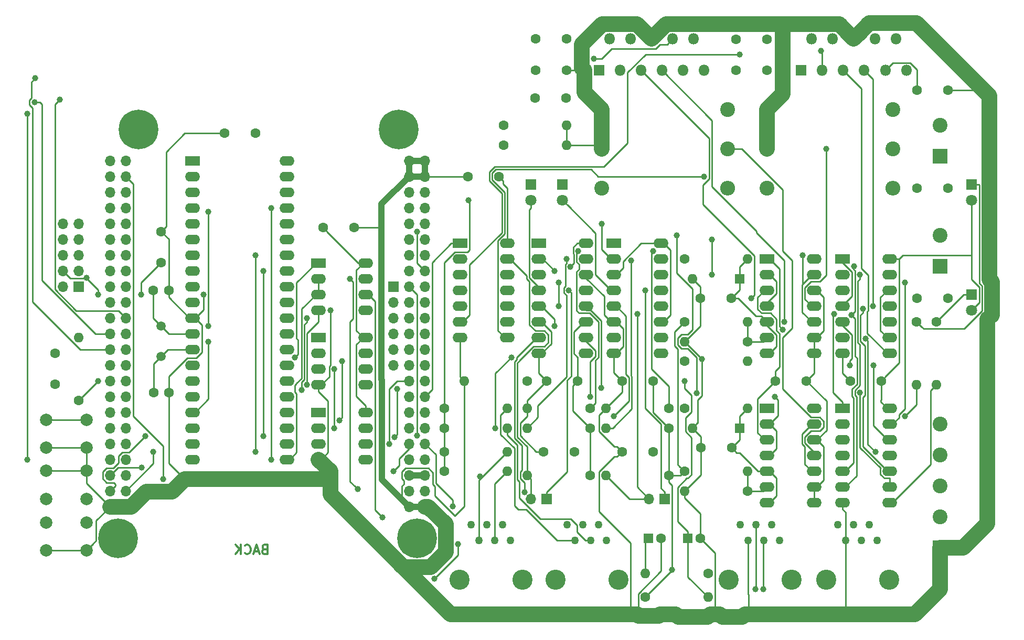
<source format=gbl>
G04 #@! TF.FileFunction,Copper,L2,Bot,Signal*
%FSLAX46Y46*%
G04 Gerber Fmt 4.6, Leading zero omitted, Abs format (unit mm)*
G04 Created by KiCad (PCBNEW 4.0.7) date 10/02/17 10:04:21*
%MOMM*%
%LPD*%
G01*
G04 APERTURE LIST*
%ADD10C,0.100000*%
%ADD11C,0.300000*%
%ADD12C,1.600000*%
%ADD13R,1.700000X1.700000*%
%ADD14O,1.700000X1.700000*%
%ADD15R,2.400000X1.600000*%
%ADD16O,2.400000X1.600000*%
%ADD17R,1.600000X1.600000*%
%ADD18O,1.600000X1.600000*%
%ADD19R,1.800000X1.800000*%
%ADD20O,1.800000X1.800000*%
%ADD21R,2.400000X2.400000*%
%ADD22C,2.400000*%
%ADD23C,1.260000*%
%ADD24C,3.250000*%
%ADD25O,2.400000X2.400000*%
%ADD26C,2.000000*%
%ADD27C,1.500000*%
%ADD28C,6.400000*%
%ADD29C,1.800000*%
%ADD30C,1.000000*%
%ADD31C,0.250000*%
%ADD32C,1.000000*%
%ADD33C,2.500000*%
G04 APERTURE END LIST*
D10*
D11*
X106810714Y-133242857D02*
X106596428Y-133314286D01*
X106525000Y-133385714D01*
X106453571Y-133528571D01*
X106453571Y-133742857D01*
X106525000Y-133885714D01*
X106596428Y-133957143D01*
X106739286Y-134028571D01*
X107310714Y-134028571D01*
X107310714Y-132528571D01*
X106810714Y-132528571D01*
X106667857Y-132600000D01*
X106596428Y-132671429D01*
X106525000Y-132814286D01*
X106525000Y-132957143D01*
X106596428Y-133100000D01*
X106667857Y-133171429D01*
X106810714Y-133242857D01*
X107310714Y-133242857D01*
X105882143Y-133600000D02*
X105167857Y-133600000D01*
X106025000Y-134028571D02*
X105525000Y-132528571D01*
X105025000Y-134028571D01*
X103667857Y-133885714D02*
X103739286Y-133957143D01*
X103953572Y-134028571D01*
X104096429Y-134028571D01*
X104310714Y-133957143D01*
X104453572Y-133814286D01*
X104525000Y-133671429D01*
X104596429Y-133385714D01*
X104596429Y-133171429D01*
X104525000Y-132885714D01*
X104453572Y-132742857D01*
X104310714Y-132600000D01*
X104096429Y-132528571D01*
X103953572Y-132528571D01*
X103739286Y-132600000D01*
X103667857Y-132671429D01*
X103025000Y-134028571D02*
X103025000Y-132528571D01*
X102167857Y-134028571D02*
X102810714Y-133171429D01*
X102167857Y-132528571D02*
X103025000Y-133385714D01*
D12*
X105410000Y-66040000D03*
X100410000Y-66040000D03*
D13*
X171450000Y-125095000D03*
D14*
X168910000Y-125095000D03*
D15*
X187960000Y-110490000D03*
D16*
X195580000Y-125730000D03*
X187960000Y-113030000D03*
X195580000Y-123190000D03*
X187960000Y-115570000D03*
X195580000Y-120650000D03*
X187960000Y-118110000D03*
X195580000Y-118110000D03*
X187960000Y-120650000D03*
X195580000Y-115570000D03*
X187960000Y-123190000D03*
X195580000Y-113030000D03*
X187960000Y-125730000D03*
X195580000Y-110490000D03*
D12*
X206375000Y-106045000D03*
X201375000Y-106045000D03*
X169545000Y-117475000D03*
X164545000Y-117475000D03*
D17*
X175165000Y-131445000D03*
D12*
X177165000Y-131445000D03*
X182165000Y-92710000D03*
X177165000Y-92710000D03*
X212170000Y-59055000D03*
X217170000Y-59055000D03*
X187960000Y-50880000D03*
X182960000Y-50880000D03*
X187960000Y-55880000D03*
X182960000Y-55880000D03*
X189310000Y-106045000D03*
X194310000Y-106045000D03*
X169545000Y-106045000D03*
X164545000Y-106045000D03*
X212170000Y-74930000D03*
X217170000Y-74930000D03*
X144700000Y-73025000D03*
X139700000Y-73025000D03*
X156845000Y-117475000D03*
X151845000Y-117475000D03*
X182245000Y-116840000D03*
X177245000Y-116840000D03*
X150575000Y-55880000D03*
X155575000Y-55880000D03*
X157400000Y-106045000D03*
X152400000Y-106045000D03*
X150575000Y-50800000D03*
X155575000Y-50800000D03*
X155495000Y-60325000D03*
X150495000Y-60325000D03*
X90170000Y-86915000D03*
X90170000Y-81915000D03*
X217170000Y-92710000D03*
X212170000Y-92710000D03*
X116285000Y-81280000D03*
X121285000Y-81280000D03*
X88940000Y-107950000D03*
X91440000Y-107950000D03*
X91400000Y-91440000D03*
X88900000Y-91440000D03*
X73025000Y-106600000D03*
X73025000Y-101600000D03*
D17*
X183515000Y-89535000D03*
D18*
X175895000Y-89535000D03*
D17*
X183515000Y-113665000D03*
D18*
X175895000Y-113665000D03*
D19*
X193430000Y-55880000D03*
D20*
X195130000Y-50800000D03*
X196830000Y-55880000D03*
X198530000Y-50800000D03*
X200230000Y-55880000D03*
X201930000Y-50800000D03*
X203630000Y-55880000D03*
X205330000Y-50800000D03*
X207030000Y-55880000D03*
X208730000Y-50800000D03*
X210430000Y-55880000D03*
D19*
X160800000Y-55880000D03*
D20*
X162500000Y-50800000D03*
X164200000Y-55880000D03*
X165900000Y-50800000D03*
X167600000Y-55880000D03*
X169300000Y-50800000D03*
X171000000Y-55880000D03*
X172700000Y-50800000D03*
X174400000Y-55880000D03*
X176100000Y-50800000D03*
X177800000Y-55880000D03*
D15*
X115570000Y-99060000D03*
D16*
X123190000Y-106680000D03*
X115570000Y-101600000D03*
X123190000Y-104140000D03*
X115570000Y-104140000D03*
X123190000Y-101600000D03*
X115570000Y-106680000D03*
X123190000Y-99060000D03*
D15*
X115570000Y-111125000D03*
D16*
X123190000Y-118745000D03*
X115570000Y-113665000D03*
X123190000Y-116205000D03*
X115570000Y-116205000D03*
X123190000Y-113665000D03*
X115570000Y-118745000D03*
X123190000Y-111125000D03*
D13*
X127635000Y-90805000D03*
D14*
X127635000Y-93345000D03*
X127635000Y-95885000D03*
X127635000Y-98425000D03*
X127635000Y-100965000D03*
X127635000Y-103505000D03*
D21*
X215900000Y-133016000D03*
D22*
X215900000Y-128016000D03*
X215900000Y-123016000D03*
X215900000Y-118016000D03*
X215900000Y-113016000D03*
D21*
X215900000Y-69770000D03*
D22*
X215900000Y-64770000D03*
D21*
X215900000Y-87550000D03*
D22*
X215900000Y-82550000D03*
D23*
X199386000Y-129286000D03*
X200656000Y-131826000D03*
X201926000Y-129286000D03*
X203196000Y-131826000D03*
X204466000Y-129286000D03*
X205736000Y-131826000D03*
D24*
X207641000Y-138176000D03*
X197481000Y-138176000D03*
D23*
X183642000Y-129286000D03*
X184912000Y-131826000D03*
X186182000Y-129286000D03*
X187452000Y-131826000D03*
X188722000Y-129286000D03*
X189992000Y-131826000D03*
D24*
X191897000Y-138176000D03*
X181737000Y-138176000D03*
D23*
X155702000Y-129286000D03*
X156972000Y-131826000D03*
X158242000Y-129286000D03*
X159512000Y-131826000D03*
X160782000Y-129286000D03*
X162052000Y-131826000D03*
D24*
X163957000Y-138176000D03*
X153797000Y-138176000D03*
D23*
X140208000Y-129286000D03*
X141478000Y-131826000D03*
X142748000Y-129286000D03*
X144018000Y-131826000D03*
X145288000Y-129286000D03*
X146558000Y-131826000D03*
D24*
X148463000Y-138176000D03*
X138303000Y-138176000D03*
D13*
X152400000Y-125095000D03*
D14*
X149860000Y-125095000D03*
D13*
X132715000Y-126365000D03*
D14*
X130175000Y-126365000D03*
X132715000Y-123825000D03*
X130175000Y-123825000D03*
X132715000Y-121285000D03*
X130175000Y-121285000D03*
X132715000Y-118745000D03*
X130175000Y-118745000D03*
X132715000Y-116205000D03*
X130175000Y-116205000D03*
X132715000Y-113665000D03*
X130175000Y-113665000D03*
X132715000Y-111125000D03*
X130175000Y-111125000D03*
X132715000Y-108585000D03*
X130175000Y-108585000D03*
X132715000Y-106045000D03*
X130175000Y-106045000D03*
X132715000Y-103505000D03*
X130175000Y-103505000D03*
X132715000Y-100965000D03*
X130175000Y-100965000D03*
X132715000Y-98425000D03*
X130175000Y-98425000D03*
X132715000Y-95885000D03*
X130175000Y-95885000D03*
X132715000Y-93345000D03*
X130175000Y-93345000D03*
X132715000Y-90805000D03*
X130175000Y-90805000D03*
X132715000Y-88265000D03*
X130175000Y-88265000D03*
X132715000Y-85725000D03*
X130175000Y-85725000D03*
X132715000Y-83185000D03*
X130175000Y-83185000D03*
X132715000Y-80645000D03*
X130175000Y-80645000D03*
X132715000Y-78105000D03*
X130175000Y-78105000D03*
X132715000Y-75565000D03*
X130175000Y-75565000D03*
X132715000Y-73025000D03*
X130175000Y-73025000D03*
X132715000Y-70485000D03*
X130175000Y-70485000D03*
D13*
X84455000Y-126365000D03*
D14*
X81915000Y-126365000D03*
X84455000Y-123825000D03*
X81915000Y-123825000D03*
X84455000Y-121285000D03*
X81915000Y-121285000D03*
X84455000Y-118745000D03*
X81915000Y-118745000D03*
X84455000Y-116205000D03*
X81915000Y-116205000D03*
X84455000Y-113665000D03*
X81915000Y-113665000D03*
X84455000Y-111125000D03*
X81915000Y-111125000D03*
X84455000Y-108585000D03*
X81915000Y-108585000D03*
X84455000Y-106045000D03*
X81915000Y-106045000D03*
X84455000Y-103505000D03*
X81915000Y-103505000D03*
X84455000Y-100965000D03*
X81915000Y-100965000D03*
X84455000Y-98425000D03*
X81915000Y-98425000D03*
X84455000Y-95885000D03*
X81915000Y-95885000D03*
X84455000Y-93345000D03*
X81915000Y-93345000D03*
X84455000Y-90805000D03*
X81915000Y-90805000D03*
X84455000Y-88265000D03*
X81915000Y-88265000D03*
X84455000Y-85725000D03*
X81915000Y-85725000D03*
X84455000Y-83185000D03*
X81915000Y-83185000D03*
X84455000Y-80645000D03*
X81915000Y-80645000D03*
X84455000Y-78105000D03*
X81915000Y-78105000D03*
X84455000Y-75565000D03*
X81915000Y-75565000D03*
X84455000Y-73025000D03*
X81915000Y-73025000D03*
X84455000Y-70485000D03*
X81915000Y-70485000D03*
D12*
X172085000Y-121285000D03*
D18*
X161925000Y-121285000D03*
D12*
X172085000Y-113665000D03*
D18*
X161925000Y-113665000D03*
D12*
X168275000Y-140970000D03*
D18*
X178435000Y-140970000D03*
D12*
X174625000Y-102870000D03*
D18*
X184785000Y-102870000D03*
D12*
X172085000Y-110490000D03*
D18*
X161925000Y-110490000D03*
D12*
X174625000Y-96520000D03*
D18*
X184785000Y-96520000D03*
D12*
X184785000Y-99695000D03*
D18*
X174625000Y-99695000D03*
D12*
X174625000Y-86360000D03*
D18*
X184785000Y-86360000D03*
D22*
X208280000Y-68580000D03*
D25*
X187960000Y-68580000D03*
D22*
X208280000Y-62230000D03*
D25*
X187960000Y-62230000D03*
D22*
X187960000Y-74930000D03*
D25*
X208280000Y-74930000D03*
D12*
X159385000Y-121285000D03*
D18*
X149225000Y-121285000D03*
D12*
X159385000Y-113665000D03*
D18*
X149225000Y-113665000D03*
D12*
X178435000Y-137160000D03*
D18*
X168275000Y-137160000D03*
D12*
X149225000Y-106045000D03*
D18*
X139065000Y-106045000D03*
D12*
X159385000Y-110490000D03*
D18*
X149225000Y-110490000D03*
D12*
X174625000Y-120650000D03*
D18*
X184785000Y-120650000D03*
D12*
X174625000Y-110490000D03*
D18*
X184785000Y-110490000D03*
D22*
X181610000Y-62230000D03*
D25*
X161290000Y-62230000D03*
D22*
X181610000Y-68580000D03*
D25*
X161290000Y-68580000D03*
D22*
X161290000Y-74930000D03*
D25*
X181610000Y-74930000D03*
D12*
X135890000Y-110490000D03*
D18*
X146050000Y-110490000D03*
D12*
X135890000Y-117475000D03*
D18*
X146050000Y-117475000D03*
D12*
X135890000Y-113665000D03*
D18*
X146050000Y-113665000D03*
D12*
X135890000Y-120650000D03*
D18*
X146050000Y-120650000D03*
D12*
X76835000Y-109220000D03*
D18*
X76835000Y-99060000D03*
D26*
X71605000Y-116840000D03*
X71605000Y-112340000D03*
X78105000Y-116840000D03*
X78105000Y-112340000D03*
D15*
X163195000Y-83820000D03*
D16*
X170815000Y-101600000D03*
X163195000Y-86360000D03*
X170815000Y-99060000D03*
X163195000Y-88900000D03*
X170815000Y-96520000D03*
X163195000Y-91440000D03*
X170815000Y-93980000D03*
X163195000Y-93980000D03*
X170815000Y-91440000D03*
X163195000Y-96520000D03*
X170815000Y-88900000D03*
X163195000Y-99060000D03*
X170815000Y-86360000D03*
X163195000Y-101600000D03*
X170815000Y-83820000D03*
D15*
X187960000Y-86360000D03*
D16*
X195580000Y-101600000D03*
X187960000Y-88900000D03*
X195580000Y-99060000D03*
X187960000Y-91440000D03*
X195580000Y-96520000D03*
X187960000Y-93980000D03*
X195580000Y-93980000D03*
X187960000Y-96520000D03*
X195580000Y-91440000D03*
X187960000Y-99060000D03*
X195580000Y-88900000D03*
X187960000Y-101600000D03*
X195580000Y-86360000D03*
D15*
X200152000Y-110490000D03*
D16*
X207772000Y-125730000D03*
X200152000Y-113030000D03*
X207772000Y-123190000D03*
X200152000Y-115570000D03*
X207772000Y-120650000D03*
X200152000Y-118110000D03*
X207772000Y-118110000D03*
X200152000Y-120650000D03*
X207772000Y-115570000D03*
X200152000Y-123190000D03*
X207772000Y-113030000D03*
X200152000Y-125730000D03*
X207772000Y-110490000D03*
D15*
X138430000Y-83820000D03*
D16*
X146050000Y-99060000D03*
X138430000Y-86360000D03*
X146050000Y-96520000D03*
X138430000Y-88900000D03*
X146050000Y-93980000D03*
X138430000Y-91440000D03*
X146050000Y-91440000D03*
X138430000Y-93980000D03*
X146050000Y-88900000D03*
X138430000Y-96520000D03*
X146050000Y-86360000D03*
X138430000Y-99060000D03*
X146050000Y-83820000D03*
D15*
X200152000Y-86360000D03*
D16*
X207772000Y-101600000D03*
X200152000Y-88900000D03*
X207772000Y-99060000D03*
X200152000Y-91440000D03*
X207772000Y-96520000D03*
X200152000Y-93980000D03*
X207772000Y-93980000D03*
X200152000Y-96520000D03*
X207772000Y-91440000D03*
X200152000Y-99060000D03*
X207772000Y-88900000D03*
X200152000Y-101600000D03*
X207772000Y-86360000D03*
D15*
X115570000Y-86995000D03*
D16*
X123190000Y-94615000D03*
X115570000Y-89535000D03*
X123190000Y-92075000D03*
X115570000Y-92075000D03*
X123190000Y-89535000D03*
X115570000Y-94615000D03*
X123190000Y-86995000D03*
D27*
X90170000Y-102055000D03*
X90170000Y-97155000D03*
D28*
X131440000Y-131445000D03*
X83185000Y-131445000D03*
X128524000Y-65405000D03*
X86487000Y-65405000D03*
D15*
X151130000Y-83820000D03*
D16*
X158750000Y-101600000D03*
X151130000Y-86360000D03*
X158750000Y-99060000D03*
X151130000Y-88900000D03*
X158750000Y-96520000D03*
X151130000Y-91440000D03*
X158750000Y-93980000D03*
X151130000Y-93980000D03*
X158750000Y-91440000D03*
X151130000Y-96520000D03*
X158750000Y-88900000D03*
X151130000Y-99060000D03*
X158750000Y-86360000D03*
X151130000Y-101600000D03*
X158750000Y-83820000D03*
D12*
X184785000Y-123825000D03*
D18*
X174625000Y-123825000D03*
D19*
X220980000Y-74295000D03*
D29*
X220980000Y-76835000D03*
D19*
X220980000Y-92075000D03*
D29*
X220980000Y-94615000D03*
D12*
X212090000Y-96520000D03*
D18*
X212090000Y-106680000D03*
D12*
X215265000Y-96520000D03*
D18*
X215265000Y-106680000D03*
D15*
X95250000Y-70485000D03*
D16*
X110490000Y-118745000D03*
X95250000Y-73025000D03*
X110490000Y-116205000D03*
X95250000Y-75565000D03*
X110490000Y-113665000D03*
X95250000Y-78105000D03*
X110490000Y-111125000D03*
X95250000Y-80645000D03*
X110490000Y-108585000D03*
X95250000Y-83185000D03*
X110490000Y-106045000D03*
X95250000Y-85725000D03*
X110490000Y-103505000D03*
X95250000Y-88265000D03*
X110490000Y-100965000D03*
X95250000Y-90805000D03*
X110490000Y-98425000D03*
X95250000Y-93345000D03*
X110490000Y-95885000D03*
X95250000Y-95885000D03*
X110490000Y-93345000D03*
X95250000Y-98425000D03*
X110490000Y-90805000D03*
X95250000Y-100965000D03*
X110490000Y-88265000D03*
X95250000Y-103505000D03*
X110490000Y-85725000D03*
X95250000Y-106045000D03*
X110490000Y-83185000D03*
X95250000Y-108585000D03*
X110490000Y-80645000D03*
X95250000Y-111125000D03*
X110490000Y-78105000D03*
X95250000Y-113665000D03*
X110490000Y-75565000D03*
X95250000Y-116205000D03*
X110490000Y-73025000D03*
X95250000Y-118745000D03*
X110490000Y-70485000D03*
D17*
X168815000Y-131445000D03*
D12*
X170815000Y-131445000D03*
D19*
X154940000Y-74295000D03*
D29*
X154940000Y-76835000D03*
D19*
X149860000Y-74295000D03*
D29*
X149860000Y-76835000D03*
D12*
X145415000Y-67945000D03*
D18*
X155575000Y-67945000D03*
D12*
X145415000Y-64770000D03*
D18*
X155575000Y-64770000D03*
D13*
X76835000Y-90805000D03*
D14*
X74295000Y-90805000D03*
X76835000Y-88265000D03*
X74295000Y-88265000D03*
X76835000Y-85725000D03*
X74295000Y-85725000D03*
X76835000Y-83185000D03*
X74295000Y-83185000D03*
X76835000Y-80645000D03*
X74295000Y-80645000D03*
D26*
X71605000Y-125095000D03*
X71605000Y-120595000D03*
X78105000Y-125095000D03*
X78105000Y-120595000D03*
X71605000Y-133405000D03*
X71605000Y-128905000D03*
X78105000Y-133405000D03*
X78105000Y-128905000D03*
D30*
X166000871Y-86625871D03*
X96964990Y-92075000D03*
X117475000Y-94615000D03*
X177410018Y-102480018D03*
X174625000Y-106045000D03*
X80010000Y-106045000D03*
X78112443Y-89400658D03*
X86949989Y-92079745D03*
X80010000Y-92075000D03*
X139747587Y-76835000D03*
X156210000Y-87630000D03*
X172625001Y-136525000D03*
X196649963Y-52699979D03*
X155575000Y-86360000D03*
X148780010Y-123983186D03*
X160020000Y-53975000D03*
X205052054Y-93980000D03*
X197485000Y-68580000D03*
X183515000Y-53340000D03*
X185420000Y-92710000D03*
X190760035Y-96520000D03*
X177800000Y-73025000D03*
X127000000Y-116205000D03*
X128270000Y-107315000D03*
X127825010Y-115125010D03*
X144099983Y-113665000D03*
X146685000Y-102235000D03*
X141605000Y-121475010D03*
X121847892Y-123535160D03*
X120650000Y-89535000D03*
X186055000Y-139700000D03*
X125889378Y-128047271D03*
X187325000Y-139700000D03*
X168275000Y-91440000D03*
X167005000Y-95250000D03*
X155949969Y-91397550D03*
X163195000Y-111760000D03*
X153670000Y-97155000D03*
X131445000Y-114840001D03*
X161290000Y-80650021D03*
X131445000Y-81915000D03*
X201984873Y-87575127D03*
X201549988Y-95400168D03*
X179070000Y-88900000D03*
X179070000Y-83185000D03*
X176585016Y-108025041D03*
X189230000Y-108585000D03*
X173355000Y-82550000D03*
X90474374Y-121925021D03*
X153670000Y-88265000D03*
X210185000Y-90170000D03*
X169545000Y-85090000D03*
X193675000Y-85725000D03*
X157480000Y-85090000D03*
X190500000Y-97790000D03*
X198755000Y-95250000D03*
X161175031Y-107200031D03*
X202950013Y-107950000D03*
X154305000Y-93980000D03*
X154305000Y-90170000D03*
X203402042Y-94355737D03*
X203852035Y-99246778D03*
X205433571Y-117544829D03*
X201295000Y-103505000D03*
X205105000Y-103505000D03*
X202952031Y-88898517D03*
X159385000Y-108585000D03*
X210185000Y-111760000D03*
X137216277Y-126308723D03*
X138040011Y-132373260D03*
X134221846Y-137965886D03*
X127635000Y-120650000D03*
X111704991Y-102235000D03*
X113665000Y-106680000D03*
X118935010Y-112395000D03*
X119380000Y-102870000D03*
X118110000Y-113665000D03*
X118110000Y-104140000D03*
X113640644Y-95885000D03*
X112815634Y-107527706D03*
X97790000Y-99695000D03*
X105410000Y-85725000D03*
X105410000Y-117475000D03*
X88900000Y-117475000D03*
X106680000Y-88265000D03*
X106680000Y-114935000D03*
X87630000Y-114935000D03*
X68580000Y-118745000D03*
X68580000Y-62865000D03*
X86995000Y-120015000D03*
X107950000Y-118745000D03*
X107950000Y-78105000D03*
X69850000Y-57150000D03*
X97790000Y-97155000D03*
X97790000Y-78740000D03*
X69698167Y-61054989D03*
X73811046Y-60604978D03*
D31*
X166120012Y-105318599D02*
X166000871Y-105199458D01*
X166120012Y-110601358D02*
X166120012Y-105318599D01*
X163056370Y-113665000D02*
X166120012Y-110601358D01*
X166000871Y-87332977D02*
X166000871Y-86625871D01*
X161925000Y-113665000D02*
X163056370Y-113665000D01*
X166000871Y-105199458D02*
X166000871Y-87332977D01*
X117475000Y-95322106D02*
X117475000Y-94615000D01*
X117475000Y-103553998D02*
X117475000Y-95322106D01*
X117284999Y-103743999D02*
X117475000Y-103553998D01*
X117284999Y-105365001D02*
X117284999Y-103743999D01*
X115970000Y-106680000D02*
X117284999Y-105365001D01*
X115570000Y-106680000D02*
X115970000Y-106680000D01*
X96964990Y-92782106D02*
X96964990Y-92075000D01*
X95650000Y-95885000D02*
X96964990Y-94570010D01*
X96964990Y-94570010D02*
X96964990Y-92782106D01*
X100410000Y-66040000D02*
X93980000Y-66040000D01*
X93980000Y-66040000D02*
X90969999Y-69050001D01*
X90969999Y-69050001D02*
X90969999Y-81115001D01*
X90969999Y-81115001D02*
X90170000Y-81915000D01*
D32*
X125799999Y-105890835D02*
X125799999Y-121989999D01*
X125799999Y-121989999D02*
X129325001Y-125515001D01*
X125702872Y-105793708D02*
X125799999Y-105890835D01*
X125702872Y-81280000D02*
X125702872Y-105793708D01*
D31*
X95650000Y-95885000D02*
X95250000Y-95885000D01*
D32*
X129325001Y-125515001D02*
X130175000Y-126365000D01*
D31*
X129306205Y-122739799D02*
X128999999Y-123046005D01*
X134340012Y-123074599D02*
X134028376Y-122762964D01*
X128999999Y-125189999D02*
X129325001Y-125515001D01*
X134340012Y-124599199D02*
X134340012Y-123074599D01*
X128999999Y-120720999D02*
X128999999Y-121849001D01*
X128999999Y-123046005D02*
X128999999Y-125189999D01*
X134028376Y-120859374D02*
X133279001Y-120109999D01*
X129306205Y-122155207D02*
X129306205Y-122739799D01*
X128999999Y-121849001D02*
X129306205Y-122155207D01*
X129610999Y-120109999D02*
X128999999Y-120720999D01*
X133279001Y-120109999D02*
X129610999Y-120109999D01*
X134028376Y-122762964D02*
X134028376Y-120859374D01*
X137560908Y-127820095D02*
X134340012Y-124599199D01*
X139065000Y-126316004D02*
X137560908Y-127820095D01*
X139065000Y-106045000D02*
X139065000Y-126316004D01*
D33*
X136090001Y-133677001D02*
X136090001Y-129212999D01*
X133672001Y-136095001D02*
X136090001Y-133677001D01*
X129207999Y-136095001D02*
X133672001Y-136095001D01*
X133242002Y-126365000D02*
X132715000Y-126365000D01*
X136090001Y-129212999D02*
X133242002Y-126365000D01*
X126789999Y-133677001D02*
X129207999Y-136095001D01*
X123392909Y-130279911D02*
X126789999Y-133677001D01*
X117475000Y-124362002D02*
X123392909Y-130279911D01*
X117475000Y-121920000D02*
X117475000Y-124362002D01*
D31*
X78105000Y-133405000D02*
X71605000Y-133405000D01*
X81915000Y-126365000D02*
X79659999Y-128620001D01*
X79659999Y-128620001D02*
X79659999Y-131850001D01*
X79659999Y-131850001D02*
X79104999Y-132405001D01*
X79104999Y-132405001D02*
X78105000Y-133405000D01*
X78105000Y-120595000D02*
X78105000Y-122555000D01*
X78105000Y-122555000D02*
X81915000Y-126365000D01*
X78105000Y-116840000D02*
X78105000Y-120595000D01*
X71605000Y-120595000D02*
X73019213Y-120595000D01*
X73019213Y-120595000D02*
X78105000Y-120595000D01*
X71605000Y-116840000D02*
X78105000Y-116840000D01*
X160799999Y-127144999D02*
X165907001Y-132252001D01*
X165907001Y-132252001D02*
X165907001Y-142666001D01*
X165907001Y-142666001D02*
X167221663Y-143980663D01*
X164545000Y-117475000D02*
X163745001Y-118274999D01*
X163745001Y-118274999D02*
X163269999Y-118274999D01*
X163269999Y-118274999D02*
X160799999Y-120744999D01*
X160799999Y-120744999D02*
X160799999Y-127144999D01*
X91440000Y-107950000D02*
X91440000Y-119380000D01*
X91440000Y-119380000D02*
X93980000Y-121920000D01*
X155575000Y-67945000D02*
X160655000Y-67945000D01*
X160655000Y-67945000D02*
X161290000Y-68580000D01*
X155575000Y-64770000D02*
X155575000Y-67945000D01*
X84455000Y-126365000D02*
X85319002Y-126365000D01*
D33*
X117475000Y-121920000D02*
X117475000Y-120650000D01*
X117475000Y-120650000D02*
X115570000Y-118745000D01*
X87734003Y-123949999D02*
X91950001Y-123949999D01*
X167005000Y-143764000D02*
X136876998Y-143764000D01*
X136876998Y-143764000D02*
X126789999Y-133677001D01*
X81915000Y-126365000D02*
X85319002Y-126365000D01*
X85319002Y-126365000D02*
X87734003Y-123949999D01*
X91950001Y-123949999D02*
X93980000Y-121920000D01*
X93980000Y-121920000D02*
X117475000Y-121920000D01*
D32*
X125702872Y-77497128D02*
X125702872Y-81280000D01*
D31*
X121285000Y-81280000D02*
X125702872Y-81280000D01*
X91400000Y-91440000D02*
X91400000Y-83145000D01*
X91400000Y-83145000D02*
X90170000Y-81915000D01*
X81280000Y-126365000D02*
X81915000Y-126365000D01*
X132715000Y-73025000D02*
X139700000Y-73025000D01*
X91440000Y-106818630D02*
X91440000Y-107950000D01*
X95650000Y-95885000D02*
X96775010Y-97010010D01*
X96775010Y-97010010D02*
X96775010Y-101430994D01*
X96775010Y-101430994D02*
X95826014Y-102379990D01*
X95826014Y-102379990D02*
X94384006Y-102379990D01*
X94384006Y-102379990D02*
X91440000Y-105323996D01*
X91440000Y-105323996D02*
X91440000Y-106818630D01*
X91400000Y-91440000D02*
X91400000Y-92571370D01*
X91400000Y-92571370D02*
X94713630Y-95885000D01*
X94713630Y-95885000D02*
X95250000Y-95885000D01*
X167149999Y-141510001D02*
X167195001Y-141555003D01*
X179560001Y-141510001D02*
X179514999Y-141555003D01*
X177165000Y-131445000D02*
X179560001Y-133840001D01*
X167195001Y-143573999D02*
X167005000Y-143764000D01*
X184912000Y-131826000D02*
X184912000Y-140510998D01*
X184975001Y-140573999D02*
X184975001Y-143192999D01*
D33*
X167221663Y-143980663D02*
X167005000Y-143764000D01*
D31*
X184912000Y-140510998D02*
X184975001Y-140573999D01*
X167149999Y-140429999D02*
X167149999Y-141510001D01*
X167195001Y-141555003D02*
X167195001Y-143573999D01*
D33*
X170471337Y-143980663D02*
X167221663Y-143980663D01*
D31*
X179560001Y-133840001D02*
X179560001Y-141510001D01*
X179514999Y-141555003D02*
X179514999Y-142938999D01*
X170815000Y-136764998D02*
X167149999Y-140429999D01*
X184975001Y-143192999D02*
X184404000Y-143764000D01*
X170815000Y-131445000D02*
X170815000Y-136764998D01*
X179514999Y-142938999D02*
X180340000Y-143764000D01*
D33*
X170688000Y-143764000D02*
X170471337Y-143980663D01*
X180766001Y-144190001D02*
X180340000Y-143764000D01*
X184404000Y-143764000D02*
X183977999Y-144190001D01*
X173654001Y-144190001D02*
X173228000Y-143764000D01*
X178816000Y-143764000D02*
X178389999Y-144190001D01*
X178389999Y-144190001D02*
X173654001Y-144190001D01*
X183977999Y-144190001D02*
X180766001Y-144190001D01*
D31*
X115570000Y-118745000D02*
X115970000Y-118745000D01*
X115970000Y-118745000D02*
X117095010Y-117619990D01*
X117095010Y-117619990D02*
X117095010Y-109255010D01*
X117095010Y-109255010D02*
X115570000Y-107730000D01*
X115570000Y-107730000D02*
X115570000Y-106680000D01*
D32*
X130175000Y-73025000D02*
X125702872Y-77497128D01*
D31*
X155575000Y-55880000D02*
X157689999Y-55880000D01*
X157689999Y-55880000D02*
X158069999Y-55500000D01*
D33*
X158069999Y-55500000D02*
X158449999Y-55880000D01*
X166949999Y-48449999D02*
X161371999Y-48449999D01*
X169300000Y-50800000D02*
X166949999Y-48449999D01*
X161371999Y-48449999D02*
X158069999Y-51751999D01*
X158069999Y-51751999D02*
X158069999Y-55500000D01*
D31*
X148099999Y-112887822D02*
X148099999Y-114861369D01*
X148099999Y-114861369D02*
X150713630Y-117475000D01*
X149225000Y-110490000D02*
X149225000Y-111762821D01*
X150713630Y-117475000D02*
X151845000Y-117475000D01*
X149225000Y-111762821D02*
X148099999Y-112887822D01*
D33*
X211836000Y-143764000D02*
X200660000Y-143764000D01*
X200660000Y-143764000D02*
X186944000Y-143764000D01*
D31*
X200656000Y-131826000D02*
X200656000Y-143760000D01*
X200656000Y-143760000D02*
X200660000Y-143764000D01*
X200152000Y-125730000D02*
X200152000Y-126780000D01*
X200152000Y-126780000D02*
X200656000Y-127284000D01*
X200656000Y-127284000D02*
X200656000Y-130935046D01*
X200656000Y-130935046D02*
X200656000Y-131826000D01*
D33*
X158449999Y-55880000D02*
X158449999Y-59389999D01*
D31*
X155575000Y-55880000D02*
X158449999Y-55880000D01*
X217170000Y-59055000D02*
X222885000Y-59055000D01*
X222885000Y-59055000D02*
X223825011Y-59995011D01*
X138430000Y-99060000D02*
X138430000Y-105410000D01*
X138430000Y-105410000D02*
X139065000Y-106045000D01*
X162795000Y-96520000D02*
X163195000Y-96520000D01*
X158750000Y-89448996D02*
X161669990Y-92368986D01*
X161669990Y-95394990D02*
X162795000Y-96520000D01*
X158750000Y-88900000D02*
X158750000Y-89448996D01*
X161669990Y-92368986D02*
X161669990Y-95394990D01*
X176694999Y-112865001D02*
X175895000Y-113665000D01*
X176720002Y-112839998D02*
X176694999Y-112865001D01*
X177410018Y-102480018D02*
X177410018Y-108421043D01*
X177410018Y-108421043D02*
X176720002Y-109111059D01*
X176720002Y-109111059D02*
X176720002Y-112839998D01*
X174625000Y-99695000D02*
X177410018Y-102480018D01*
X151130000Y-96520000D02*
X151530000Y-96520000D01*
X151530000Y-96520000D02*
X153105021Y-98095021D01*
X153105021Y-98095021D02*
X153105021Y-100024979D01*
X153105021Y-100024979D02*
X151530000Y-101600000D01*
X151530000Y-101600000D02*
X151130000Y-101600000D01*
D32*
X130175000Y-126365000D02*
X132715000Y-126365000D01*
X130175000Y-73025000D02*
X130175000Y-70485000D01*
X132715000Y-73025000D02*
X130175000Y-73025000D01*
X132715000Y-70485000D02*
X132715000Y-73025000D01*
X130175000Y-70485000D02*
X132715000Y-70485000D01*
D33*
X180340000Y-143764000D02*
X178816000Y-143764000D01*
D31*
X174625000Y-123825000D02*
X174625000Y-124956370D01*
X174625000Y-124956370D02*
X177165000Y-127496370D01*
X177165000Y-130313630D02*
X177165000Y-131445000D01*
X177165000Y-127496370D02*
X177165000Y-130313630D01*
X177245000Y-115015000D02*
X177245000Y-115708630D01*
X175895000Y-113665000D02*
X177245000Y-115015000D01*
X177245000Y-115708630D02*
X177245000Y-116840000D01*
X162724999Y-109690001D02*
X161925000Y-110490000D01*
X164545000Y-107870000D02*
X162724999Y-109690001D01*
X164545000Y-106045000D02*
X164545000Y-107870000D01*
X152400000Y-106045000D02*
X149225000Y-109220000D01*
X149225000Y-109220000D02*
X149225000Y-110490000D01*
X151130000Y-101600000D02*
X151130000Y-104775000D01*
X151130000Y-104775000D02*
X152400000Y-106045000D01*
X161925000Y-110490000D02*
X160799999Y-111615001D01*
X160799999Y-111615001D02*
X160799999Y-114205001D01*
X160799999Y-114205001D02*
X163269999Y-116675001D01*
X163269999Y-116675001D02*
X163745001Y-116675001D01*
X163745001Y-116675001D02*
X164545000Y-117475000D01*
X163195000Y-101600000D02*
X163195000Y-104695000D01*
X163195000Y-104695000D02*
X164545000Y-106045000D01*
X163195000Y-96520000D02*
X163595000Y-96520000D01*
X163595000Y-96520000D02*
X164720010Y-97645010D01*
X164720010Y-97645010D02*
X164720010Y-100474990D01*
X164720010Y-100474990D02*
X163595000Y-101600000D01*
X163595000Y-101600000D02*
X163195000Y-101600000D01*
D33*
X202829999Y-49900001D02*
X201930000Y-50800000D01*
X204470000Y-48260000D02*
X202829999Y-49900001D01*
X223825011Y-89671196D02*
X223825011Y-59995011D01*
X224230023Y-95405380D02*
X224230023Y-90076209D01*
X223520000Y-129096000D02*
X223520000Y-96115403D01*
X219600000Y-133016000D02*
X223520000Y-129096000D01*
X215900000Y-133016000D02*
X219600000Y-133016000D01*
X224230023Y-90076209D02*
X223825011Y-89671196D01*
X223520000Y-96115403D02*
X224230023Y-95405380D01*
X212090000Y-48260000D02*
X204470000Y-48260000D01*
X223825011Y-59995011D02*
X212090000Y-48260000D01*
D31*
X177165000Y-92710000D02*
X177165000Y-97155000D01*
X177165000Y-97155000D02*
X174625000Y-99695000D01*
X175895000Y-89535000D02*
X177165000Y-90805000D01*
X177165000Y-90805000D02*
X177165000Y-92710000D01*
X177245000Y-116840000D02*
X177245000Y-121205000D01*
X177245000Y-121205000D02*
X174625000Y-123825000D01*
X197555021Y-113994979D02*
X195980000Y-115570000D01*
X197555021Y-109290021D02*
X197555021Y-113994979D01*
X194310000Y-106045000D02*
X197555021Y-109290021D01*
X195580000Y-101600000D02*
X195580000Y-104775000D01*
X195580000Y-104775000D02*
X194310000Y-106045000D01*
X195580000Y-99060000D02*
X195980000Y-99060000D01*
X195980000Y-99060000D02*
X197105010Y-97934990D01*
X197105010Y-97934990D02*
X197105010Y-92565010D01*
X195580000Y-101600000D02*
X195580000Y-99060000D01*
X195580000Y-123190000D02*
X195980000Y-123190000D01*
X195980000Y-123190000D02*
X197105010Y-122064990D01*
X197105010Y-122064990D02*
X197105010Y-116695010D01*
X195580000Y-125730000D02*
X195580000Y-123190000D01*
X201375000Y-106045000D02*
X200152000Y-104822000D01*
X200152000Y-104822000D02*
X200152000Y-102650000D01*
X200152000Y-102650000D02*
X200152000Y-101600000D01*
X195580000Y-115570000D02*
X195980000Y-115570000D01*
X195980000Y-115570000D02*
X197105010Y-116695010D01*
X195580000Y-91440000D02*
X195980000Y-91440000D01*
X195980000Y-91440000D02*
X197105010Y-92565010D01*
D33*
X173228000Y-143764000D02*
X170688000Y-143764000D01*
D31*
X170561000Y-143637000D02*
X170688000Y-143764000D01*
X173101000Y-143637000D02*
X173228000Y-143764000D01*
D33*
X186944000Y-143764000D02*
X184404000Y-143764000D01*
D31*
X184277000Y-143637000D02*
X184404000Y-143764000D01*
X186817000Y-143637000D02*
X186944000Y-143764000D01*
X178817010Y-143762990D02*
X178816000Y-143764000D01*
D33*
X215900000Y-139700000D02*
X211836000Y-143764000D01*
X215900000Y-136716000D02*
X215900000Y-139700000D01*
X215900000Y-133016000D02*
X215900000Y-136716000D01*
X187960000Y-62230000D02*
X187960000Y-68580000D01*
X190500000Y-48449999D02*
X199579999Y-48449999D01*
X171650001Y-48449999D02*
X190500000Y-48449999D01*
X190500000Y-48449999D02*
X190500000Y-59690000D01*
X190500000Y-59690000D02*
X187960000Y-62230000D01*
X161290000Y-62230000D02*
X161290000Y-68580000D01*
X158449999Y-59389999D02*
X160090001Y-61030001D01*
X160090001Y-61030001D02*
X161290000Y-62230000D01*
X169300000Y-50800000D02*
X171650001Y-48449999D01*
X199579999Y-48449999D02*
X201030001Y-49900001D01*
X201030001Y-49900001D02*
X201930000Y-50800000D01*
D31*
X174769999Y-112010003D02*
X175750001Y-111030001D01*
X174769999Y-114205001D02*
X174769999Y-112010003D01*
X175750001Y-115185003D02*
X174769999Y-114205001D01*
X175750001Y-121190001D02*
X175750001Y-115185003D01*
X175165001Y-121775001D02*
X175750001Y-121190001D01*
X175165000Y-131445000D02*
X175165000Y-130395000D01*
X175165000Y-130395000D02*
X173499999Y-128729999D01*
X175750001Y-111030001D02*
X175750001Y-108391005D01*
X175009997Y-121775001D02*
X175165001Y-121775001D01*
X173499999Y-123284999D02*
X175009997Y-121775001D01*
X173499999Y-128729999D02*
X173499999Y-123284999D01*
X175750001Y-108391005D02*
X174625000Y-107266004D01*
X174625000Y-106752106D02*
X174625000Y-106045000D01*
X174625000Y-107266004D02*
X174625000Y-106752106D01*
X175165000Y-131445000D02*
X175165000Y-137700000D01*
X175165000Y-137700000D02*
X178435000Y-140970000D01*
X188360000Y-101600000D02*
X189485010Y-100474990D01*
X189485010Y-98594006D02*
X187960000Y-97068996D01*
X187960000Y-101600000D02*
X188360000Y-101600000D01*
X189485010Y-100474990D02*
X189485010Y-98594006D01*
X187960000Y-97068996D02*
X187960000Y-96520000D01*
X183515000Y-89535000D02*
X183515000Y-91360000D01*
X183515000Y-91360000D02*
X182165000Y-92710000D01*
X184785000Y-86360000D02*
X183515000Y-87630000D01*
X183515000Y-87630000D02*
X183515000Y-89535000D01*
X183296370Y-92710000D02*
X186141391Y-95555021D01*
X182165000Y-92710000D02*
X183296370Y-92710000D01*
X186141391Y-95555021D02*
X186995021Y-95555021D01*
X186995021Y-95555021D02*
X187960000Y-96520000D01*
X207030000Y-55880000D02*
X208255001Y-54654999D01*
X208255001Y-54654999D02*
X211018001Y-54654999D01*
X212170000Y-55806998D02*
X212170000Y-57923630D01*
X211018001Y-54654999D02*
X212170000Y-55806998D01*
X212170000Y-57923630D02*
X212170000Y-59055000D01*
X80010000Y-106045000D02*
X76835000Y-109220000D01*
X78082107Y-89430994D02*
X78112443Y-89400658D01*
X78082107Y-89440001D02*
X78082107Y-89430994D01*
X123190000Y-86995000D02*
X122790000Y-86995000D01*
X122790000Y-99060000D02*
X123190000Y-99060000D01*
X122790000Y-86995000D02*
X121664990Y-88120010D01*
X121664990Y-88120010D02*
X121664990Y-97934990D01*
X121664990Y-97934990D02*
X122790000Y-99060000D01*
X90170000Y-86915000D02*
X86949989Y-90135011D01*
X86949989Y-91372639D02*
X86949989Y-92079745D01*
X86949989Y-90135011D02*
X86949989Y-91372639D01*
X80010000Y-92075000D02*
X80010000Y-91367894D01*
X80010000Y-91367894D02*
X78082107Y-89440001D01*
X78082107Y-89440001D02*
X75470001Y-89440001D01*
X75144999Y-89114999D02*
X74295000Y-88265000D01*
X75470001Y-89440001D02*
X75144999Y-89114999D01*
X139600012Y-85234990D02*
X139955001Y-84880001D01*
X137564006Y-85234990D02*
X139600012Y-85234990D01*
X139955001Y-77042414D02*
X139747587Y-76835000D01*
X135890000Y-110490000D02*
X135890000Y-86908996D01*
X135890000Y-86908996D02*
X137564006Y-85234990D01*
X139955001Y-84880001D02*
X139955001Y-77042414D01*
X164720010Y-86739990D02*
X164720010Y-87774990D01*
X164720010Y-87774990D02*
X163595000Y-88900000D01*
X163595000Y-88900000D02*
X163195000Y-88900000D01*
X170815000Y-83820000D02*
X167640000Y-83820000D01*
X167640000Y-83820000D02*
X164720010Y-86739990D01*
X156774979Y-85605981D02*
X156774979Y-87065021D01*
X156774979Y-87065021D02*
X156210000Y-87630000D01*
X123190000Y-86995000D02*
X122000000Y-86995000D01*
X122000000Y-86995000D02*
X117084999Y-82079999D01*
X117084999Y-82079999D02*
X116285000Y-81280000D01*
X145374991Y-73699992D02*
X144700000Y-73025000D01*
X146050000Y-83820000D02*
X146050000Y-74929999D01*
X146050000Y-74929999D02*
X145374991Y-74254990D01*
X145374991Y-74254990D02*
X145374991Y-73699992D01*
X122790000Y-99060000D02*
X121664990Y-100185010D01*
X121664990Y-100185010D02*
X121664990Y-108549990D01*
X121664990Y-108549990D02*
X123190000Y-110075000D01*
X123190000Y-110075000D02*
X123190000Y-111125000D01*
X135890000Y-117475000D02*
X135890000Y-120650000D01*
X135890000Y-113665000D02*
X135890000Y-117475000D01*
X135890000Y-110490000D02*
X135890000Y-113665000D01*
X156654999Y-84465001D02*
X157300000Y-83820000D01*
X157300000Y-83820000D02*
X158750000Y-83820000D01*
X156654999Y-85486001D02*
X156654999Y-84465001D01*
X156774979Y-85605981D02*
X156654999Y-85486001D01*
X173049988Y-100421401D02*
X173499999Y-100871411D01*
X173825001Y-119850001D02*
X174625000Y-120650000D01*
X173499999Y-119524999D02*
X173825001Y-119850001D01*
X173049988Y-98095012D02*
X173049988Y-100421401D01*
X173499999Y-100871411D02*
X173499999Y-119524999D01*
X174625000Y-96520000D02*
X173049988Y-98095012D01*
X172625001Y-122956371D02*
X172625001Y-136525000D01*
X172625001Y-136525000D02*
X172625001Y-136619999D01*
X172085000Y-121285000D02*
X172085000Y-122416370D01*
X172085000Y-122416370D02*
X172625001Y-122956371D01*
X172625001Y-136619999D02*
X169074999Y-140170001D01*
X169074999Y-140170001D02*
X168275000Y-140970000D01*
X170815000Y-83820000D02*
X171215000Y-83820000D01*
X172340010Y-84945010D02*
X172340010Y-95394990D01*
X171215000Y-83820000D02*
X172340010Y-84945010D01*
X172340010Y-95394990D02*
X171215000Y-96520000D01*
X171215000Y-96520000D02*
X170815000Y-96520000D01*
X159385000Y-118745000D02*
X159385000Y-121285000D01*
X159385000Y-113665000D02*
X159385000Y-118745000D01*
X157400000Y-106045000D02*
X157400000Y-102241004D01*
X156774979Y-98095021D02*
X158350000Y-96520000D01*
X158350000Y-96520000D02*
X158750000Y-96520000D01*
X157400000Y-102241004D02*
X156774979Y-101615983D01*
X156774979Y-101615983D02*
X156774979Y-98095021D01*
X157400000Y-106045000D02*
X156600001Y-106844999D01*
X156600001Y-106844999D02*
X156600001Y-110880001D01*
X156600001Y-110880001D02*
X158585001Y-112865001D01*
X158585001Y-112865001D02*
X159385000Y-113665000D01*
X172085000Y-121285000D02*
X173990000Y-121285000D01*
X173990000Y-121285000D02*
X174625000Y-120650000D01*
X172085000Y-113665000D02*
X172085000Y-121285000D01*
X169545000Y-106045000D02*
X169545000Y-111125000D01*
X169545000Y-111125000D02*
X172085000Y-113665000D01*
X220980000Y-76835000D02*
X220980000Y-85725000D01*
X207772000Y-86360000D02*
X209222000Y-86360000D01*
X220980000Y-85725000D02*
X220980000Y-89689998D01*
X209222000Y-86360000D02*
X209857000Y-85725000D01*
X209857000Y-85725000D02*
X220980000Y-85725000D01*
X222205001Y-93389999D02*
X221879999Y-93715001D01*
X220980000Y-89689998D02*
X222205001Y-90914999D01*
X222205001Y-90914999D02*
X222205001Y-93389999D01*
X221879999Y-93715001D02*
X220980000Y-94615000D01*
X189310000Y-104913630D02*
X189310000Y-106045000D01*
X188536014Y-95105010D02*
X189485017Y-96054013D01*
X189310000Y-104445002D02*
X189310000Y-104913630D01*
X187960000Y-91440000D02*
X187560000Y-91440000D01*
X189485017Y-96054013D02*
X189485017Y-97957604D01*
X186434990Y-92565010D02*
X186434990Y-94445994D01*
X187094006Y-95105010D02*
X188536014Y-95105010D01*
X189485017Y-97957604D02*
X189935020Y-98407607D01*
X186434990Y-94445994D02*
X187094006Y-95105010D01*
X189935020Y-103819982D02*
X189310000Y-104445002D01*
X189935020Y-98407607D02*
X189935020Y-103819982D01*
X187560000Y-91440000D02*
X186434990Y-92565010D01*
X189310000Y-106045000D02*
X186434990Y-108920010D01*
X186434990Y-108920010D02*
X186434990Y-114444990D01*
X186434990Y-114444990D02*
X187560000Y-115570000D01*
X187560000Y-115570000D02*
X187960000Y-115570000D01*
X206375000Y-106045000D02*
X206375000Y-109093000D01*
X206375000Y-109093000D02*
X206322000Y-109146000D01*
X206322000Y-109146000D02*
X206322000Y-109440000D01*
X206322000Y-109440000D02*
X207372000Y-110490000D01*
X207372000Y-110490000D02*
X207772000Y-110490000D01*
X209222000Y-86360000D02*
X209297010Y-86435010D01*
X209297010Y-86435010D02*
X209297010Y-103122990D01*
X209297010Y-103122990D02*
X207174999Y-105245001D01*
X207174999Y-105245001D02*
X206375000Y-106045000D01*
X196830000Y-52880016D02*
X196649963Y-52699979D01*
X196830000Y-55880000D02*
X196830000Y-52880016D01*
X155384998Y-90762550D02*
X155384998Y-87257108D01*
X155384998Y-87257108D02*
X155575000Y-87067106D01*
X155124967Y-91022581D02*
X155384998Y-90762550D01*
X155124967Y-91793552D02*
X155124967Y-91022581D01*
X155574850Y-105410150D02*
X155574850Y-92243435D01*
X150945011Y-110039989D02*
X155574850Y-105410150D01*
X150945011Y-111944989D02*
X150945011Y-110039989D01*
X155574850Y-92243435D02*
X155124967Y-91793552D01*
X149225000Y-113665000D02*
X150945011Y-111944989D01*
X155575000Y-87067106D02*
X155575000Y-86360000D01*
X148780010Y-122505012D02*
X148780010Y-123276080D01*
X147175001Y-102966001D02*
X147175001Y-115284961D01*
X148405011Y-116514970D02*
X148405011Y-120439987D01*
X148780010Y-123276080D02*
X148780010Y-123983186D01*
X147510001Y-102631001D02*
X147175001Y-102966001D01*
X147510001Y-102279999D02*
X147510001Y-102631001D01*
X150730000Y-99060000D02*
X147510001Y-102279999D01*
X148405011Y-120439987D02*
X148099999Y-120744999D01*
X151130000Y-99060000D02*
X150730000Y-99060000D01*
X147175001Y-115284961D02*
X148405011Y-116514970D01*
X148099999Y-120744999D02*
X148099999Y-121825001D01*
X148099999Y-121825001D02*
X148780010Y-122505012D01*
X168275000Y-137160000D02*
X168275000Y-131985000D01*
X168275000Y-131985000D02*
X168815000Y-131445000D01*
X183515000Y-113665000D02*
X183515000Y-111760000D01*
X183515000Y-111760000D02*
X184785000Y-110490000D01*
X182245000Y-116840000D02*
X183515000Y-115570000D01*
X183515000Y-115570000D02*
X183515000Y-113665000D01*
X187960000Y-120650000D02*
X186510000Y-120650000D01*
X183499999Y-117639999D02*
X183044999Y-117639999D01*
X186510000Y-120650000D02*
X183499999Y-117639999D01*
X183044999Y-117639999D02*
X182245000Y-116840000D01*
X187960000Y-125730000D02*
X188360000Y-125730000D01*
X188360000Y-125730000D02*
X189485010Y-124604990D01*
X189485010Y-124604990D02*
X189485010Y-121775010D01*
X189485010Y-121775010D02*
X188360000Y-120650000D01*
X188360000Y-120650000D02*
X187960000Y-120650000D01*
X160020000Y-53975000D02*
X161290000Y-53975000D01*
X161290000Y-53975000D02*
X162889991Y-52375009D01*
X162889991Y-52375009D02*
X169952391Y-52375009D01*
X169952391Y-52375009D02*
X170627401Y-51699999D01*
X170627401Y-51699999D02*
X171800001Y-51699999D01*
X171800001Y-51699999D02*
X172700000Y-50800000D01*
X90170000Y-102055000D02*
X88940000Y-103285000D01*
X88940000Y-103285000D02*
X88940000Y-107950000D01*
X95250000Y-100965000D02*
X91260000Y-100965000D01*
X91260000Y-100965000D02*
X90170000Y-102055000D01*
X71605000Y-112340000D02*
X73019213Y-112340000D01*
X73019213Y-112340000D02*
X78105000Y-112340000D01*
X204227044Y-88952526D02*
X203179989Y-87905471D01*
X204130986Y-98358986D02*
X204130986Y-94847797D01*
X207372000Y-101600000D02*
X204130986Y-98358986D01*
X201129999Y-56779999D02*
X200230000Y-55880000D01*
X207772000Y-101600000D02*
X207372000Y-101600000D01*
X203179989Y-58829989D02*
X201129999Y-56779999D01*
X204227044Y-94751739D02*
X204227044Y-88952526D01*
X204130986Y-94847797D02*
X204227044Y-94751739D01*
X203179989Y-87905471D02*
X203179989Y-58829989D01*
X205052054Y-57302054D02*
X205052054Y-93272894D01*
X203630000Y-55880000D02*
X205052054Y-57302054D01*
X205052054Y-93272894D02*
X205052054Y-93980000D01*
X197485000Y-88986004D02*
X197485000Y-68580000D01*
X196445994Y-90025010D02*
X197485000Y-88986004D01*
X194054990Y-92854990D02*
X194054990Y-90974006D01*
X195580000Y-93980000D02*
X195180000Y-93980000D01*
X195180000Y-93980000D02*
X194054990Y-92854990D01*
X194054990Y-90974006D02*
X195003986Y-90025010D01*
X195003986Y-90025010D02*
X196445994Y-90025010D01*
X138430000Y-96520000D02*
X138830000Y-96520000D01*
X138830000Y-96520000D02*
X139955010Y-95394990D01*
X139955010Y-95394990D02*
X139955010Y-87287575D01*
X139955010Y-87287575D02*
X145149978Y-82092607D01*
X165425001Y-56241997D02*
X168326998Y-53340000D01*
X145149978Y-82092607D02*
X145149978Y-75776391D01*
X145149978Y-75776391D02*
X143124988Y-73751401D01*
X143124988Y-73751401D02*
X143124988Y-72298599D01*
X165425001Y-67619999D02*
X165425001Y-56241997D01*
X143124988Y-72298599D02*
X143973599Y-71449988D01*
X143973599Y-71449988D02*
X161595012Y-71449988D01*
X161595012Y-71449988D02*
X165425001Y-67619999D01*
X168326998Y-53340000D02*
X183515000Y-53340000D01*
X167600000Y-55880000D02*
X178625002Y-66905002D01*
X185919999Y-92210001D02*
X185420000Y-92710000D01*
X185919999Y-85829997D02*
X185919999Y-92210001D01*
X177615011Y-74430993D02*
X177615011Y-77525009D01*
X178625002Y-73421002D02*
X177615011Y-74430993D01*
X178625002Y-66905002D02*
X178625002Y-73421002D01*
X177615011Y-77525009D02*
X185919999Y-85829997D01*
X190760035Y-95812894D02*
X190760035Y-96520000D01*
X190760035Y-86625033D02*
X190760035Y-95812894D01*
X179075013Y-74652015D02*
X186245002Y-81822004D01*
X186245002Y-82110000D02*
X190760035Y-86625033D01*
X186245002Y-81822004D02*
X186245002Y-82110000D01*
X179075013Y-63955013D02*
X179075013Y-74652015D01*
X171000000Y-55880000D02*
X179075013Y-63955013D01*
X183307056Y-68580000D02*
X181610000Y-68580000D01*
X197105010Y-112564006D02*
X196445994Y-111904990D01*
X191960002Y-97551000D02*
X191960002Y-86598998D01*
X194054990Y-115104006D02*
X195003986Y-114155010D01*
X190435001Y-107336005D02*
X190435001Y-99076001D01*
X195003986Y-114155010D02*
X196445994Y-114155010D01*
X195580000Y-117561004D02*
X194054990Y-116035994D01*
X197105010Y-113495994D02*
X197105010Y-112564006D01*
X196445994Y-111904990D02*
X195003986Y-111904990D01*
X195003986Y-111904990D02*
X190435001Y-107336005D01*
X191960002Y-86598998D02*
X190435001Y-85073997D01*
X190435001Y-85073997D02*
X190435001Y-75147999D01*
X190435001Y-75147999D02*
X183867002Y-68580000D01*
X183867002Y-68580000D02*
X183307056Y-68580000D01*
X190435001Y-99076001D02*
X191960002Y-97551000D01*
X196445994Y-114155010D02*
X197105010Y-113495994D01*
X194054990Y-116035994D02*
X194054990Y-115104006D01*
X195580000Y-118110000D02*
X195580000Y-117561004D01*
X146050000Y-99060000D02*
X145650000Y-99060000D01*
X144524990Y-83354006D02*
X145599989Y-82279007D01*
X145650000Y-99060000D02*
X144524990Y-97934990D01*
X144524990Y-97934990D02*
X144524990Y-83354006D01*
X145599989Y-82279007D02*
X145599989Y-75589991D01*
X145599989Y-75589991D02*
X143574999Y-73565001D01*
X144159999Y-71899999D02*
X159531409Y-71899999D01*
X143574999Y-73565001D02*
X143574999Y-72484999D01*
X143574999Y-72484999D02*
X144159999Y-71899999D01*
X159531409Y-71899999D02*
X160656410Y-73025000D01*
X160656410Y-73025000D02*
X177092894Y-73025000D01*
X177092894Y-73025000D02*
X177800000Y-73025000D01*
X154049589Y-131826000D02*
X156081046Y-131826000D01*
X147768600Y-126815011D02*
X149038600Y-126815011D01*
X147175001Y-126221412D02*
X147768600Y-126815011D01*
X144924999Y-114684997D02*
X147175001Y-116934999D01*
X144924999Y-111615001D02*
X144924999Y-114684997D01*
X156081046Y-131826000D02*
X156972000Y-131826000D01*
X149038600Y-126815011D02*
X154049589Y-131826000D01*
X146050000Y-110490000D02*
X144924999Y-111615001D01*
X147175001Y-116934999D02*
X147175001Y-126221412D01*
X128270000Y-106045000D02*
X127000000Y-107315000D01*
X127000000Y-107315000D02*
X127000000Y-116205000D01*
X130175000Y-106045000D02*
X128270000Y-106045000D01*
X128270000Y-107315000D02*
X128270000Y-114680020D01*
X128270000Y-114680020D02*
X127825010Y-115125010D01*
X146685000Y-102235000D02*
X144099983Y-104820017D01*
X144099983Y-104820017D02*
X144099983Y-113665000D01*
X147955000Y-122316412D02*
X147955000Y-124929002D01*
X147955000Y-124929002D02*
X151356997Y-128330999D01*
X146050000Y-114796370D02*
X147649988Y-116396358D01*
X146050000Y-113665000D02*
X146050000Y-114796370D01*
X147649988Y-116396358D02*
X147649988Y-122011401D01*
X147649988Y-122011401D02*
X147955000Y-122316412D01*
X158621046Y-131826000D02*
X159512000Y-131826000D01*
X157286999Y-130491953D02*
X158621046Y-131826000D01*
X151356997Y-128330999D02*
X156270999Y-128330999D01*
X156270999Y-128330999D02*
X157286999Y-129346999D01*
X157286999Y-129346999D02*
X157286999Y-130491953D01*
X141478000Y-122047000D02*
X141605000Y-121920000D01*
X141605000Y-121920000D02*
X141605000Y-121475010D01*
X146050000Y-117475000D02*
X141478000Y-122047000D01*
X141478000Y-122047000D02*
X141478000Y-131826000D01*
X144018000Y-130935046D02*
X144018000Y-131826000D01*
X146050000Y-120650000D02*
X144018000Y-122682000D01*
X144018000Y-122682000D02*
X144018000Y-130935046D01*
D32*
X130175000Y-121285000D02*
X132715000Y-121285000D01*
D31*
X120650000Y-89535000D02*
X121149999Y-90034999D01*
X121149999Y-90034999D02*
X121149999Y-95972414D01*
X121149999Y-95972414D02*
X120650000Y-96472413D01*
X120650000Y-96472413D02*
X120650000Y-122337268D01*
X120650000Y-122337268D02*
X121347893Y-123035161D01*
X121347893Y-123035161D02*
X121847892Y-123535160D01*
X186182000Y-129286000D02*
X186182000Y-139573000D01*
X186182000Y-139573000D02*
X186055000Y-139700000D01*
X125389379Y-127547272D02*
X125889378Y-128047271D01*
X124715010Y-126872903D02*
X125389379Y-127547272D01*
X123590000Y-92075000D02*
X124715010Y-93200010D01*
X124715010Y-93200010D02*
X124715010Y-126872903D01*
X123190000Y-92075000D02*
X123590000Y-92075000D01*
X187325000Y-139700000D02*
X187325000Y-131953000D01*
X187325000Y-131953000D02*
X187452000Y-131826000D01*
X170815000Y-113031410D02*
X170815000Y-123360000D01*
X170815000Y-123360000D02*
X171450000Y-123995000D01*
X171450000Y-123995000D02*
X171450000Y-125095000D01*
X170815000Y-113031410D02*
X168275000Y-110491410D01*
X168275000Y-110491410D02*
X168275000Y-91440000D01*
X167005000Y-95250000D02*
X167005000Y-123190000D01*
X167005000Y-123190000D02*
X168910000Y-125095000D01*
X168910000Y-125095000D02*
X165735000Y-125095000D01*
X165735000Y-125095000D02*
X161925000Y-121285000D01*
X156324968Y-105296442D02*
X156324968Y-91772549D01*
X152400000Y-123995000D02*
X155710001Y-120684999D01*
X152400000Y-125095000D02*
X152400000Y-123995000D01*
X155710001Y-120684999D02*
X155710001Y-105911409D01*
X155710001Y-105911409D02*
X156324968Y-105296442D01*
X156324968Y-91772549D02*
X155949969Y-91397550D01*
X149225000Y-116698548D02*
X149225000Y-120153630D01*
X152655010Y-99815974D02*
X151995994Y-100474990D01*
X147625012Y-115098560D02*
X149225000Y-116698548D01*
X147625012Y-103152400D02*
X147625012Y-115098560D01*
X150264006Y-100474990D02*
X147960012Y-102778984D01*
X146050000Y-86360000D02*
X146450000Y-86360000D01*
X149604990Y-90002404D02*
X149604990Y-96985994D01*
X147960012Y-102778984D02*
X147960012Y-102817401D01*
X147960012Y-102817401D02*
X147625012Y-103152400D01*
X151995994Y-97934990D02*
X152655010Y-98594006D01*
X146450000Y-86360000D02*
X149154988Y-89064988D01*
X151995994Y-100474990D02*
X150264006Y-100474990D01*
X149225000Y-120153630D02*
X149225000Y-121285000D01*
X150553986Y-97934990D02*
X151995994Y-97934990D01*
X149154988Y-89552403D02*
X149604990Y-90002404D01*
X149154988Y-89064988D02*
X149154988Y-89552403D01*
X152655010Y-98594006D02*
X152655010Y-99815974D01*
X149604990Y-96985994D02*
X150553986Y-97934990D01*
X149860000Y-125095000D02*
X149860000Y-121920000D01*
X149860000Y-121920000D02*
X149225000Y-121285000D01*
X165170017Y-105005015D02*
X165670001Y-105504999D01*
X163195000Y-93980000D02*
X163595000Y-93980000D01*
X165170017Y-95555017D02*
X165170017Y-105005015D01*
X163595000Y-93980000D02*
X165170017Y-95555017D01*
X165670001Y-109284999D02*
X163195000Y-111760000D01*
X165670001Y-105504999D02*
X165670001Y-109284999D01*
X138430000Y-83820000D02*
X136980000Y-83820000D01*
X136980000Y-83820000D02*
X133890001Y-86909999D01*
X133564999Y-107735001D02*
X132715000Y-108585000D01*
X133890001Y-86909999D02*
X133890001Y-107409999D01*
X133890001Y-107409999D02*
X133564999Y-107735001D01*
X153670000Y-97155000D02*
X153670000Y-96120000D01*
X153670000Y-96120000D02*
X151530000Y-93980000D01*
X151530000Y-93980000D02*
X151130000Y-93980000D01*
X131445000Y-109855000D02*
X131445000Y-114840001D01*
X131445000Y-109855000D02*
X131445000Y-92075000D01*
X131445000Y-92075000D02*
X130175000Y-90805000D01*
X162795000Y-86360000D02*
X161290000Y-84855000D01*
X161290000Y-84855000D02*
X161290000Y-81357127D01*
X161290000Y-81357127D02*
X161290000Y-80650021D01*
X163195000Y-86360000D02*
X162795000Y-86360000D01*
X131445000Y-81915000D02*
X131445000Y-86995000D01*
X131445000Y-86995000D02*
X132715000Y-88265000D01*
X202127021Y-95977201D02*
X202049987Y-95900167D01*
X202127021Y-102051542D02*
X202127021Y-95977201D01*
X201924987Y-108782387D02*
X201675001Y-108532401D01*
X202500001Y-106542599D02*
X202500001Y-102424522D01*
X202500001Y-102424522D02*
X202127021Y-102051542D01*
X201924987Y-119277013D02*
X201924987Y-108782387D01*
X201675001Y-108532401D02*
X201675001Y-107367599D01*
X201675001Y-107367599D02*
X202500001Y-106542599D01*
X200552000Y-120650000D02*
X201924987Y-119277013D01*
X202049987Y-95900167D02*
X201549988Y-95400168D01*
X200152000Y-120650000D02*
X200552000Y-120650000D01*
X202127021Y-94823135D02*
X202049987Y-94900169D01*
X202049987Y-94900169D02*
X201549988Y-95400168D01*
X201930000Y-87630000D02*
X201930000Y-88050585D01*
X201984873Y-87575127D02*
X201930000Y-87630000D01*
X201930000Y-88050585D02*
X202127021Y-88247606D01*
X202127021Y-88247606D02*
X202127021Y-94823135D01*
X179070000Y-83185000D02*
X179070000Y-88900000D01*
X189485010Y-90025010D02*
X188360000Y-88900000D01*
X189485010Y-91905994D02*
X189485010Y-90025010D01*
X187960000Y-93431004D02*
X189485010Y-91905994D01*
X187960000Y-93980000D02*
X187960000Y-93431004D01*
X188360000Y-88900000D02*
X187960000Y-88900000D01*
X173499999Y-99154999D02*
X173499999Y-100235001D01*
X176585016Y-107317935D02*
X176585016Y-108025041D01*
X173499999Y-100235001D02*
X174084999Y-100820001D01*
X176585016Y-102291426D02*
X176585016Y-107317935D01*
X175113591Y-100820001D02*
X176585016Y-102291426D01*
X175113591Y-98569999D02*
X174084999Y-98569999D01*
X175895000Y-91200002D02*
X175895000Y-97788590D01*
X173355000Y-88660002D02*
X175895000Y-91200002D01*
X174084999Y-98569999D02*
X173499999Y-99154999D01*
X173355000Y-82550000D02*
X173355000Y-88660002D01*
X175895000Y-97788590D02*
X175113591Y-98569999D01*
X174084999Y-100820001D02*
X175113591Y-100820001D01*
X189230000Y-108585000D02*
X189729999Y-109084999D01*
X189729999Y-109084999D02*
X189729999Y-111660001D01*
X188360000Y-113030000D02*
X187960000Y-113030000D01*
X189729999Y-111660001D02*
X188360000Y-113030000D01*
X187960000Y-118110000D02*
X188360000Y-118110000D01*
X188360000Y-118110000D02*
X189485010Y-116984990D01*
X189485010Y-116984990D02*
X189485010Y-114155010D01*
X189485010Y-114155010D02*
X188360000Y-113030000D01*
X90474374Y-121217915D02*
X90474374Y-121925021D01*
X85630001Y-74200001D02*
X85630001Y-111713997D01*
X90474374Y-116558370D02*
X90474374Y-121217915D01*
X84455000Y-73025000D02*
X85630001Y-74200001D01*
X85630001Y-111713997D02*
X90474374Y-116558370D01*
X153670000Y-88265000D02*
X151765000Y-86360000D01*
X151765000Y-86360000D02*
X151130000Y-86360000D01*
X208172000Y-113030000D02*
X207772000Y-113030000D01*
X209222000Y-111501996D02*
X209222000Y-111980000D01*
X210185000Y-110538996D02*
X209222000Y-111501996D01*
X210185000Y-90170000D02*
X210185000Y-110538996D01*
X209222000Y-111980000D02*
X208172000Y-113030000D01*
X172085000Y-110490000D02*
X172085000Y-106919998D01*
X172085000Y-106919998D02*
X169289990Y-104124988D01*
X169289990Y-104124988D02*
X169289990Y-85345010D01*
X169289990Y-85345010D02*
X169545000Y-85090000D01*
X184785000Y-99695000D02*
X187325000Y-99695000D01*
X187325000Y-99695000D02*
X187960000Y-99060000D01*
X184785000Y-96520000D02*
X184785000Y-99695000D01*
X193675000Y-85725000D02*
X193675000Y-90405000D01*
X193675000Y-90405000D02*
X193604979Y-90475021D01*
X193604979Y-90475021D02*
X195180000Y-88900000D01*
X193604979Y-94944979D02*
X193604979Y-90475021D01*
X195180000Y-96520000D02*
X193604979Y-94944979D01*
X195180000Y-88900000D02*
X195580000Y-88900000D01*
X195580000Y-96520000D02*
X195180000Y-96520000D01*
X157224990Y-88400991D02*
X157599980Y-88026001D01*
X157224990Y-85345010D02*
X157480000Y-85090000D01*
X157599980Y-88026001D02*
X157599980Y-87233999D01*
X157599980Y-87233999D02*
X157224990Y-86859009D01*
X157598618Y-95105010D02*
X157224990Y-94731382D01*
X159326014Y-95105010D02*
X157598618Y-95105010D01*
X160725021Y-102252394D02*
X160725021Y-96504017D01*
X160725021Y-96504017D02*
X159326014Y-95105010D01*
X157224990Y-94731382D02*
X157224990Y-88400991D01*
X159385000Y-110490000D02*
X160275010Y-109599990D01*
X157224990Y-86859009D02*
X157224990Y-85345010D01*
X160275010Y-109599990D02*
X160275010Y-102702404D01*
X160275010Y-102702404D02*
X160725021Y-102252394D01*
X184785000Y-123825000D02*
X187325000Y-123825000D01*
X187325000Y-123825000D02*
X187960000Y-123190000D01*
X184785000Y-120650000D02*
X184785000Y-123825000D01*
X193604979Y-116222394D02*
X193604979Y-114605021D01*
X195580000Y-120650000D02*
X195180000Y-120650000D01*
X193604979Y-114605021D02*
X195180000Y-113030000D01*
X195180000Y-120650000D02*
X194054990Y-119524990D01*
X194054990Y-119524990D02*
X194054990Y-116672404D01*
X194054990Y-116672404D02*
X193604979Y-116222394D01*
X195180000Y-113030000D02*
X195580000Y-113030000D01*
X188360000Y-86360000D02*
X187960000Y-86360000D01*
X189935021Y-97225021D02*
X189935021Y-87935021D01*
X189935021Y-87935021D02*
X188360000Y-86360000D01*
X190500000Y-97790000D02*
X189935021Y-97225021D01*
X200152000Y-110490000D02*
X200152000Y-109440000D01*
X198626990Y-107914990D02*
X198626990Y-95378010D01*
X200152000Y-109440000D02*
X198626990Y-107914990D01*
X198626990Y-95378010D02*
X198755000Y-95250000D01*
X161290000Y-107315000D02*
X161175031Y-107200031D01*
X158750000Y-93980000D02*
X158750000Y-94655000D01*
X158750000Y-94655000D02*
X159512415Y-94655001D01*
X159512415Y-94655001D02*
X161175031Y-96317617D01*
X161175031Y-96317617D02*
X161175031Y-107200031D01*
X207772000Y-123190000D02*
X207772000Y-121775010D01*
X207772000Y-121775010D02*
X206906006Y-121775010D01*
X206906006Y-121775010D02*
X206246990Y-121115994D01*
X206246990Y-121115994D02*
X206246990Y-120184006D01*
X206246990Y-120184006D02*
X206258293Y-120172703D01*
X206258293Y-120172703D02*
X202950013Y-116864423D01*
X202950013Y-116864423D02*
X202950013Y-107950000D01*
X154305000Y-90170000D02*
X154305000Y-93980000D01*
X203027033Y-95437852D02*
X203402042Y-95062843D01*
X203400023Y-116678023D02*
X203400023Y-108720992D01*
X203400023Y-108720992D02*
X203775014Y-108346001D01*
X203402042Y-95062843D02*
X203402042Y-94355737D01*
X203027033Y-99642780D02*
X203027033Y-95437852D01*
X203775014Y-100390761D02*
X203027033Y-99642780D01*
X207772000Y-120650000D02*
X207372000Y-120650000D01*
X207372000Y-120650000D02*
X203400023Y-116678023D01*
X203775014Y-108346001D02*
X203775014Y-100390761D01*
X201677010Y-92326580D02*
X201677010Y-88434006D01*
X200152000Y-86908996D02*
X200152000Y-86360000D01*
X201677010Y-88434006D02*
X200152000Y-86908996D01*
X200152000Y-93851590D02*
X201677010Y-92326580D01*
X200152000Y-93980000D02*
X200152000Y-93851590D01*
X204225025Y-116336283D02*
X204225025Y-99619768D01*
X204225025Y-99619768D02*
X203852035Y-99246778D01*
X205433571Y-117544829D02*
X204225025Y-116336283D01*
X207772000Y-91440000D02*
X207372000Y-91440000D01*
X206246990Y-92565010D02*
X206246990Y-97934990D01*
X206246990Y-97934990D02*
X207372000Y-99060000D01*
X207372000Y-91440000D02*
X206246990Y-92565010D01*
X207372000Y-99060000D02*
X207772000Y-99060000D01*
X201677010Y-98594006D02*
X200152000Y-97068996D01*
X201677010Y-102415884D02*
X201677010Y-98594006D01*
X201295000Y-103505000D02*
X201295000Y-102797894D01*
X201295000Y-102797894D02*
X201677010Y-102415884D01*
X200152000Y-97068996D02*
X200152000Y-96520000D01*
X207772000Y-115570000D02*
X207372000Y-115570000D01*
X207372000Y-115570000D02*
X205105000Y-113303000D01*
X205105000Y-113303000D02*
X205105000Y-103505000D01*
X200152000Y-123190000D02*
X200552000Y-123190000D01*
X202577022Y-99829180D02*
X202577022Y-89980632D01*
X202125012Y-108346001D02*
X202125012Y-107596401D01*
X202374998Y-121367002D02*
X202374999Y-108595988D01*
X202374999Y-108595988D02*
X202125012Y-108346001D01*
X200552000Y-123190000D02*
X202374998Y-121367002D01*
X202950012Y-106771401D02*
X202950012Y-100202169D01*
X202952031Y-89605623D02*
X202952031Y-88898517D01*
X202577022Y-89980632D02*
X202952031Y-89605623D01*
X202950012Y-100202169D02*
X202577022Y-99829180D01*
X202125012Y-107596401D02*
X202950012Y-106771401D01*
X159385000Y-107877894D02*
X159385000Y-108585000D01*
X159385000Y-102956004D02*
X159385000Y-107877894D01*
X160275010Y-102065994D02*
X159385000Y-102956004D01*
X160275010Y-101134006D02*
X160275010Y-102065994D01*
X158750000Y-99608996D02*
X160275010Y-101134006D01*
X158750000Y-99060000D02*
X158750000Y-99608996D01*
X215265000Y-106680000D02*
X214374999Y-107570001D01*
X214374999Y-107570001D02*
X214374999Y-119527001D01*
X214374999Y-119527001D02*
X208172000Y-125730000D01*
X208172000Y-125730000D02*
X207772000Y-125730000D01*
X212090000Y-106680000D02*
X212090000Y-109855000D01*
X212090000Y-109855000D02*
X210185000Y-111760000D01*
X212889999Y-97319999D02*
X212090000Y-96520000D01*
X222655012Y-94752990D02*
X219763001Y-97645001D01*
X213215001Y-97645001D02*
X212889999Y-97319999D01*
X222655012Y-90728599D02*
X222655012Y-94752990D01*
X220980000Y-74295000D02*
X222130000Y-74295000D01*
X222205001Y-74370001D02*
X222205001Y-90278589D01*
X219763001Y-97645001D02*
X213215001Y-97645001D01*
X222205001Y-90278589D02*
X222655012Y-90728599D01*
X222130000Y-74295000D02*
X222205001Y-74370001D01*
X220980000Y-92075000D02*
X219710000Y-92075000D01*
X219710000Y-92075000D02*
X215265000Y-96520000D01*
X90170000Y-97155000D02*
X88900000Y-95885000D01*
X88900000Y-95885000D02*
X88900000Y-91440000D01*
X90170000Y-97155000D02*
X91440000Y-98425000D01*
X91440000Y-98425000D02*
X95250000Y-98425000D01*
X137216277Y-125314453D02*
X137216277Y-125601617D01*
X134478387Y-117968387D02*
X134478387Y-122576563D01*
X132715000Y-116205000D02*
X134478387Y-117968387D01*
X134478387Y-122576563D02*
X137216277Y-125314453D01*
X137216277Y-125601617D02*
X137216277Y-126308723D01*
X134221846Y-137965886D02*
X138040011Y-134147721D01*
X138040011Y-133080366D02*
X138040011Y-132373260D01*
X138040011Y-134147721D02*
X138040011Y-133080366D01*
X128549988Y-118631010D02*
X128549988Y-119735012D01*
X128549988Y-119735012D02*
X127635000Y-120650000D01*
X130175000Y-117005998D02*
X128549988Y-118631010D01*
X130175000Y-116205000D02*
X130175000Y-117005998D01*
X111704991Y-102235000D02*
X112204990Y-101735001D01*
X112204990Y-101735001D02*
X112204990Y-99370954D01*
X112204990Y-99370954D02*
X112015010Y-99180974D01*
X115170000Y-86995000D02*
X112015010Y-90149990D01*
X112015010Y-90149990D02*
X112015010Y-99180974D01*
X115570000Y-86995000D02*
X115170000Y-86995000D01*
X115570000Y-96522822D02*
X115570000Y-95665000D01*
X113715656Y-98377166D02*
X115570000Y-96522822D01*
X113715656Y-106629344D02*
X113715656Y-98377166D01*
X113665000Y-106680000D02*
X113715656Y-106629344D01*
X115570000Y-95665000D02*
X115570000Y-94615000D01*
X163195000Y-91440000D02*
X162795000Y-91440000D01*
X162795000Y-91440000D02*
X160275010Y-88920010D01*
X160275010Y-88920010D02*
X160275010Y-82170010D01*
X160275010Y-82170010D02*
X155839999Y-77734999D01*
X155839999Y-77734999D02*
X154940000Y-76835000D01*
X151130000Y-91440000D02*
X151130000Y-90891004D01*
X149604999Y-89366003D02*
X149604999Y-78362793D01*
X149604999Y-78362793D02*
X149860000Y-78107792D01*
X151130000Y-90891004D02*
X149604999Y-89366003D01*
X149860000Y-78107792D02*
X149860000Y-76835000D01*
X119380000Y-102870000D02*
X119380000Y-111950010D01*
X119380000Y-111950010D02*
X118935010Y-112395000D01*
X118110000Y-104140000D02*
X118110000Y-113665000D01*
X112815634Y-107527706D02*
X112815634Y-106260776D01*
X113640644Y-96592106D02*
X113640644Y-95885000D01*
X113265645Y-96967105D02*
X113640644Y-96592106D01*
X112815634Y-106260776D02*
X113265645Y-105810766D01*
X113265645Y-105810766D02*
X113265645Y-96967105D01*
X97790000Y-99695000D02*
X97790000Y-108985000D01*
X97790000Y-108985000D02*
X95650000Y-111125000D01*
X95650000Y-111125000D02*
X95250000Y-111125000D01*
X105410000Y-117475000D02*
X105410000Y-85725000D01*
X84455000Y-123825000D02*
X88900000Y-119380000D01*
X88900000Y-119380000D02*
X88900000Y-117475000D01*
X106680000Y-114935000D02*
X106680000Y-88265000D01*
X82453591Y-120109999D02*
X83279999Y-119283591D01*
X81350999Y-120109999D02*
X82453591Y-120109999D01*
X82764999Y-122745999D02*
X82479001Y-122460001D01*
X80739999Y-120720999D02*
X81350999Y-120109999D01*
X81915000Y-123825000D02*
X82764999Y-122975001D01*
X82764999Y-122975001D02*
X82764999Y-122745999D01*
X82479001Y-122460001D02*
X81350999Y-122460001D01*
X81350999Y-122460001D02*
X80739999Y-121849001D01*
X80739999Y-121849001D02*
X80739999Y-120720999D01*
X83279999Y-119283591D02*
X83279999Y-118180999D01*
X83279999Y-118180999D02*
X83890999Y-117569999D01*
X83890999Y-117569999D02*
X84995001Y-117569999D01*
X84995001Y-117569999D02*
X87630000Y-114935000D01*
X68580000Y-88101824D02*
X68580000Y-118745000D01*
X68580000Y-62865000D02*
X68580000Y-88101824D01*
X86995000Y-120015000D02*
X83185000Y-120015000D01*
X83185000Y-120015000D02*
X81915000Y-121285000D01*
X107950000Y-78105000D02*
X107950000Y-118745000D01*
X69215000Y-60317154D02*
X69215000Y-57785000D01*
X69215000Y-57785000D02*
X69850000Y-57150000D01*
X68873166Y-60658988D02*
X69215000Y-60317154D01*
X77074998Y-100965000D02*
X69405001Y-93295003D01*
X69405001Y-61982825D02*
X68873166Y-61450990D01*
X81915000Y-100965000D02*
X77074998Y-100965000D01*
X69405001Y-93295003D02*
X69405001Y-61982825D01*
X68873166Y-61450990D02*
X68873166Y-60658988D01*
X97790000Y-78740000D02*
X97790000Y-97155000D01*
X70405273Y-61054989D02*
X69698167Y-61054989D01*
X70581400Y-61054989D02*
X70405273Y-61054989D01*
X70935011Y-61408600D02*
X70581400Y-61054989D01*
X70935011Y-89820424D02*
X70935011Y-61408600D01*
X79539587Y-98425000D02*
X70935011Y-89820424D01*
X81915000Y-98425000D02*
X79539587Y-98425000D01*
X73025000Y-61391024D02*
X73311047Y-61104977D01*
X73025000Y-91274003D02*
X73025000Y-61391024D01*
X76460996Y-94709999D02*
X73025000Y-91274003D01*
X83279999Y-94709999D02*
X76460996Y-94709999D01*
X84455000Y-95885000D02*
X83279999Y-94709999D01*
X73311047Y-61104977D02*
X73811046Y-60604978D01*
X112015010Y-106424990D02*
X112015010Y-106510994D01*
X112015010Y-106510994D02*
X111760000Y-106766004D01*
X111760000Y-106766004D02*
X111760000Y-107863996D01*
X110890000Y-118745000D02*
X110490000Y-118745000D01*
X112815634Y-94429366D02*
X112815634Y-105624366D01*
X112815634Y-105624366D02*
X112015010Y-106424990D01*
X111760000Y-107863996D02*
X112015010Y-108119006D01*
X112015010Y-108119006D02*
X112015010Y-117619990D01*
X112015010Y-117619990D02*
X110890000Y-118745000D01*
X115570000Y-89535000D02*
X115570000Y-92075000D01*
X115570000Y-92075000D02*
X115170000Y-92075000D01*
X115170000Y-92075000D02*
X112815634Y-94429366D01*
M02*

</source>
